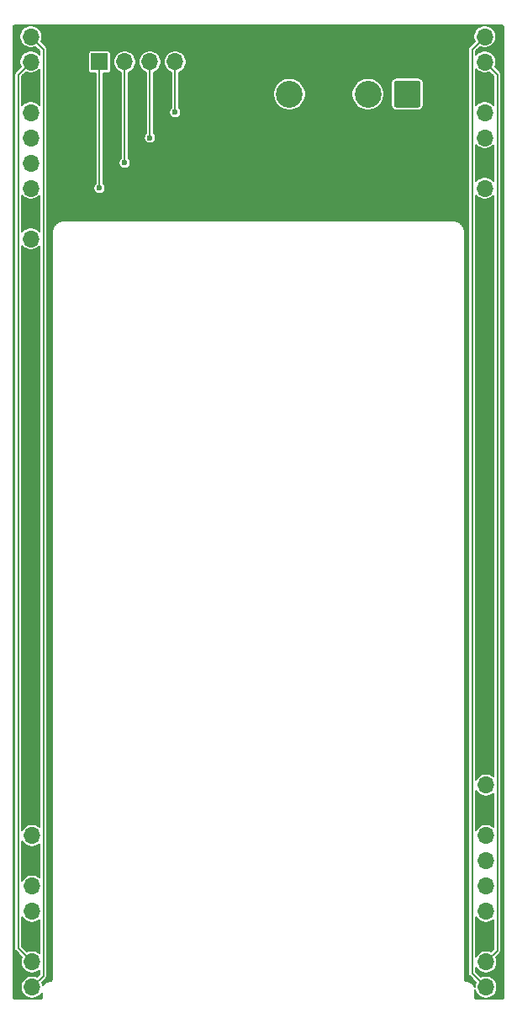
<source format=gbr>
%TF.GenerationSoftware,KiCad,Pcbnew,(5.1.9-0-10_14)*%
%TF.CreationDate,2021-04-02T13:04:38+02:00*%
%TF.ProjectId,W-DAC Piggy Board,572d4441-4320-4506-9967-677920426f61,rev?*%
%TF.SameCoordinates,Original*%
%TF.FileFunction,Copper,L1,Top*%
%TF.FilePolarity,Positive*%
%FSLAX46Y46*%
G04 Gerber Fmt 4.6, Leading zero omitted, Abs format (unit mm)*
G04 Created by KiCad (PCBNEW (5.1.9-0-10_14)) date 2021-04-02 13:04:38*
%MOMM*%
%LPD*%
G01*
G04 APERTURE LIST*
%TA.AperFunction,ComponentPad*%
%ADD10O,1.700000X1.700000*%
%TD*%
%TA.AperFunction,ComponentPad*%
%ADD11R,1.700000X1.700000*%
%TD*%
%TA.AperFunction,ComponentPad*%
%ADD12C,2.700000*%
%TD*%
%TA.AperFunction,ViaPad*%
%ADD13C,0.600000*%
%TD*%
%TA.AperFunction,Conductor*%
%ADD14C,0.200000*%
%TD*%
%TA.AperFunction,Conductor*%
%ADD15C,0.190500*%
%TD*%
%TA.AperFunction,Conductor*%
%ADD16C,0.100000*%
%TD*%
G04 APERTURE END LIST*
D10*
%TO.P,J1,5*%
%TO.N,GND*%
X144160000Y-44750000D03*
%TO.P,J1,4*%
%TO.N,/SCL*%
X141620000Y-44750000D03*
%TO.P,J1,3*%
%TO.N,/SDA*%
X139080000Y-44750000D03*
%TO.P,J1,2*%
%TO.N,/IRQ*%
X136540000Y-44750000D03*
D11*
%TO.P,J1,1*%
%TO.N,/Mute*%
X134000000Y-44750000D03*
%TD*%
D12*
%TO.P,J6,4*%
%TO.N,+5VD*%
X153120000Y-48000000D03*
%TO.P,J6,3*%
%TO.N,GND*%
X157080000Y-48000000D03*
%TO.P,J6,2*%
%TO.N,VEE*%
X161040000Y-48000000D03*
%TO.P,J6,1*%
%TO.N,VCC*%
%TA.AperFunction,ComponentPad*%
G36*
G01*
X166350000Y-46900001D02*
X166350000Y-49099999D01*
G75*
G02*
X166099999Y-49350000I-250001J0D01*
G01*
X163900001Y-49350000D01*
G75*
G02*
X163650000Y-49099999I0J250001D01*
G01*
X163650000Y-46900001D01*
G75*
G02*
X163900001Y-46650000I250001J0D01*
G01*
X166099999Y-46650000D01*
G75*
G02*
X166350000Y-46900001I0J-250001D01*
G01*
G37*
%TD.AperFunction*%
%TD*%
D10*
%TO.P,J5,10*%
%TO.N,/Rp*%
X172920000Y-137780000D03*
%TO.P,J5,9*%
%TO.N,/Rn*%
X172920000Y-135240000D03*
%TO.P,J5,8*%
%TO.N,GND*%
X172920000Y-132700000D03*
%TO.P,J5,7*%
%TO.N,Net-(J5-Pad7)*%
X172920000Y-130160000D03*
%TO.P,J5,6*%
%TO.N,Net-(J5-Pad6)*%
X172920000Y-127620000D03*
%TO.P,J5,5*%
%TO.N,Net-(J5-Pad5)*%
X172920000Y-125080000D03*
%TO.P,J5,4*%
%TO.N,/Mute*%
X172920000Y-122540000D03*
%TO.P,J5,3*%
%TO.N,GND*%
X172920000Y-120000000D03*
%TO.P,J5,2*%
%TO.N,+5VD*%
X172920000Y-117460000D03*
D11*
%TO.P,J5,1*%
%TO.N,GND*%
X172920000Y-114920000D03*
%TD*%
D10*
%TO.P,J2,8*%
%TO.N,/Lp*%
X127200000Y-137780000D03*
%TO.P,J2,7*%
%TO.N,/Ln*%
X127200000Y-135240000D03*
%TO.P,J2,6*%
%TO.N,GND*%
X127200000Y-132700000D03*
%TO.P,J2,5*%
%TO.N,VEE*%
X127200000Y-130160000D03*
%TO.P,J2,4*%
%TO.N,VCC*%
X127200000Y-127620000D03*
%TO.P,J2,3*%
%TO.N,GND*%
X127200000Y-125080000D03*
%TO.P,J2,2*%
%TO.N,Net-(J2-Pad2)*%
X127200000Y-122540000D03*
D11*
%TO.P,J2,1*%
%TO.N,GND*%
X127200000Y-120000000D03*
%TD*%
D10*
%TO.P,J4,8*%
%TO.N,/Rp*%
X172800000Y-42220000D03*
%TO.P,J4,7*%
%TO.N,/Rn*%
X172800000Y-44760000D03*
%TO.P,J4,6*%
%TO.N,GND*%
X172800000Y-47300000D03*
%TO.P,J4,5*%
%TO.N,VEE*%
X172800000Y-49840000D03*
%TO.P,J4,4*%
%TO.N,VCC*%
X172800000Y-52380000D03*
%TO.P,J4,3*%
%TO.N,GND*%
X172800000Y-54920000D03*
%TO.P,J4,2*%
%TO.N,Net-(J4-Pad2)*%
X172800000Y-57460000D03*
D11*
%TO.P,J4,1*%
%TO.N,GND*%
X172800000Y-60000000D03*
%TD*%
D10*
%TO.P,J3,10*%
%TO.N,/Lp*%
X127080000Y-42220000D03*
%TO.P,J3,9*%
%TO.N,/Ln*%
X127080000Y-44760000D03*
%TO.P,J3,8*%
%TO.N,GND*%
X127080000Y-47300000D03*
%TO.P,J3,7*%
%TO.N,/SCL*%
X127080000Y-49840000D03*
%TO.P,J3,6*%
%TO.N,/SDA*%
X127080000Y-52380000D03*
%TO.P,J3,5*%
%TO.N,/IRQ*%
X127080000Y-54920000D03*
%TO.P,J3,4*%
%TO.N,/Mute*%
X127080000Y-57460000D03*
%TO.P,J3,3*%
%TO.N,GND*%
X127080000Y-60000000D03*
%TO.P,J3,2*%
%TO.N,+5VD*%
X127080000Y-62540000D03*
D11*
%TO.P,J3,1*%
%TO.N,GND*%
X127080000Y-65080000D03*
%TD*%
D13*
%TO.N,/SCL*%
X141620000Y-49835000D03*
%TO.N,/SDA*%
X139080000Y-52380000D03*
%TO.N,/IRQ*%
X136540000Y-54915000D03*
%TO.N,/Mute*%
X134000000Y-57455000D03*
%TD*%
D14*
%TO.N,/Rp*%
X172800000Y-42220000D02*
X171530000Y-43490000D01*
X171530000Y-136390000D02*
X172920000Y-137780000D01*
X171530000Y-43490000D02*
X171530000Y-136390000D01*
%TO.N,/Rn*%
X174070000Y-134090000D02*
X172920000Y-135240000D01*
X174070000Y-46030000D02*
X174070000Y-134090000D01*
X172800000Y-44760000D02*
X174070000Y-46030000D01*
%TO.N,/Lp*%
X128350000Y-136630000D02*
X127200000Y-137780000D01*
X128350000Y-43490000D02*
X128350000Y-136630000D01*
X127080000Y-42220000D02*
X128350000Y-43490000D01*
%TO.N,/Ln*%
X125810000Y-133850000D02*
X125810000Y-46030000D01*
X127200000Y-135240000D02*
X125810000Y-133850000D01*
X125810000Y-46030000D02*
X127080000Y-44760000D01*
%TO.N,/SCL*%
X141620000Y-49835000D02*
X141620000Y-44750000D01*
%TO.N,/SDA*%
X139080000Y-52380000D02*
X139080000Y-44750000D01*
%TO.N,/IRQ*%
X136540000Y-54915000D02*
X136540000Y-44750000D01*
%TO.N,/Mute*%
X134000000Y-57455000D02*
X134000000Y-44750000D01*
%TD*%
D15*
%TO.N,GND*%
X174536467Y-41065815D02*
X174571550Y-41076408D01*
X174603907Y-41093612D01*
X174632299Y-41116768D01*
X174655662Y-41145009D01*
X174673089Y-41177239D01*
X174683925Y-41212245D01*
X174689251Y-41262921D01*
X174689250Y-138734802D01*
X174684184Y-138786467D01*
X174673592Y-138821550D01*
X174656388Y-138853907D01*
X174633230Y-138882301D01*
X174604993Y-138905661D01*
X174572759Y-138923089D01*
X174537755Y-138933925D01*
X174487089Y-138939250D01*
X172015198Y-138939250D01*
X171963533Y-138934184D01*
X171928450Y-138923592D01*
X171896093Y-138906388D01*
X171867699Y-138883230D01*
X171844339Y-138854993D01*
X171826911Y-138822759D01*
X171816075Y-138787755D01*
X171810750Y-138737089D01*
X171810750Y-138025084D01*
X171827897Y-138111286D01*
X171913512Y-138317979D01*
X172037806Y-138503998D01*
X172196002Y-138662194D01*
X172382021Y-138786488D01*
X172588714Y-138872103D01*
X172808138Y-138915750D01*
X173031862Y-138915750D01*
X173251286Y-138872103D01*
X173457979Y-138786488D01*
X173643998Y-138662194D01*
X173802194Y-138503998D01*
X173926488Y-138317979D01*
X174012103Y-138111286D01*
X174055750Y-137891862D01*
X174055750Y-137668138D01*
X174012103Y-137448714D01*
X173926488Y-137242021D01*
X173802194Y-137056002D01*
X173643998Y-136897806D01*
X173457979Y-136773512D01*
X173251286Y-136687897D01*
X173031862Y-136644250D01*
X172808138Y-136644250D01*
X172588714Y-136687897D01*
X172436485Y-136750952D01*
X171915750Y-136230218D01*
X171915750Y-135781328D01*
X172037806Y-135963998D01*
X172196002Y-136122194D01*
X172382021Y-136246488D01*
X172588714Y-136332103D01*
X172808138Y-136375750D01*
X173031862Y-136375750D01*
X173251286Y-136332103D01*
X173457979Y-136246488D01*
X173643998Y-136122194D01*
X173802194Y-135963998D01*
X173926488Y-135777979D01*
X174012103Y-135571286D01*
X174055750Y-135351862D01*
X174055750Y-135128138D01*
X174012103Y-134908714D01*
X173949048Y-134756485D01*
X174329369Y-134376164D01*
X174344086Y-134364086D01*
X174392291Y-134305348D01*
X174428110Y-134238334D01*
X174450168Y-134165620D01*
X174455750Y-134108946D01*
X174457616Y-134090000D01*
X174455750Y-134071054D01*
X174455750Y-46048937D01*
X174457615Y-46029999D01*
X174455750Y-46011061D01*
X174455750Y-46011054D01*
X174450168Y-45954380D01*
X174428110Y-45881666D01*
X174392291Y-45814652D01*
X174344086Y-45755914D01*
X174329370Y-45743837D01*
X173829048Y-45243515D01*
X173892103Y-45091286D01*
X173935750Y-44871862D01*
X173935750Y-44648138D01*
X173892103Y-44428714D01*
X173806488Y-44222021D01*
X173682194Y-44036002D01*
X173523998Y-43877806D01*
X173337979Y-43753512D01*
X173131286Y-43667897D01*
X172911862Y-43624250D01*
X172688138Y-43624250D01*
X172468714Y-43667897D01*
X172262021Y-43753512D01*
X172076002Y-43877806D01*
X171917806Y-44036002D01*
X171915750Y-44039079D01*
X171915750Y-43649782D01*
X172316485Y-43249048D01*
X172468714Y-43312103D01*
X172688138Y-43355750D01*
X172911862Y-43355750D01*
X173131286Y-43312103D01*
X173337979Y-43226488D01*
X173523998Y-43102194D01*
X173682194Y-42943998D01*
X173806488Y-42757979D01*
X173892103Y-42551286D01*
X173935750Y-42331862D01*
X173935750Y-42108138D01*
X173892103Y-41888714D01*
X173806488Y-41682021D01*
X173682194Y-41496002D01*
X173523998Y-41337806D01*
X173337979Y-41213512D01*
X173131286Y-41127897D01*
X172911862Y-41084250D01*
X172688138Y-41084250D01*
X172468714Y-41127897D01*
X172262021Y-41213512D01*
X172076002Y-41337806D01*
X171917806Y-41496002D01*
X171793512Y-41682021D01*
X171707897Y-41888714D01*
X171664250Y-42108138D01*
X171664250Y-42331862D01*
X171707897Y-42551286D01*
X171770952Y-42703515D01*
X171270636Y-43203832D01*
X171255914Y-43215914D01*
X171207709Y-43274653D01*
X171171890Y-43341667D01*
X171167618Y-43355750D01*
X171149832Y-43414380D01*
X171142384Y-43490000D01*
X171144250Y-43508946D01*
X171144251Y-136371044D01*
X171142384Y-136390000D01*
X171149832Y-136465620D01*
X171171891Y-136538334D01*
X171207710Y-136605348D01*
X171255915Y-136664086D01*
X171270631Y-136676163D01*
X171890952Y-137296485D01*
X171827897Y-137448714D01*
X171784250Y-137668138D01*
X171784250Y-137799846D01*
X171757785Y-137714351D01*
X171746864Y-137688370D01*
X171736319Y-137662271D01*
X171734282Y-137658440D01*
X171687869Y-137572602D01*
X171672104Y-137549230D01*
X171656698Y-137525686D01*
X171653957Y-137522326D01*
X171653955Y-137522323D01*
X171653950Y-137522318D01*
X171591754Y-137447135D01*
X171571764Y-137427285D01*
X171552065Y-137407168D01*
X171548722Y-137404403D01*
X171473101Y-137342727D01*
X171449627Y-137327130D01*
X171426400Y-137311226D01*
X171422583Y-137309162D01*
X171336422Y-137263350D01*
X171310357Y-137252607D01*
X171284498Y-137241523D01*
X171280353Y-137240240D01*
X171186935Y-137212035D01*
X171159293Y-137206562D01*
X171131755Y-137200708D01*
X171127446Y-137200256D01*
X171127443Y-137200255D01*
X171127440Y-137200255D01*
X171030323Y-137190733D01*
X170963533Y-137184184D01*
X170928450Y-137173592D01*
X170896093Y-137156388D01*
X170867699Y-137133230D01*
X170844339Y-137104993D01*
X170826911Y-137072759D01*
X170816075Y-137037755D01*
X170810750Y-136987089D01*
X170810750Y-61984740D01*
X170809404Y-61971069D01*
X170809447Y-61964854D01*
X170809024Y-61960536D01*
X170788623Y-61766439D01*
X170782952Y-61738813D01*
X170777682Y-61711185D01*
X170776428Y-61707031D01*
X170718716Y-61520593D01*
X170707800Y-61494624D01*
X170697251Y-61468515D01*
X170695214Y-61464684D01*
X170602389Y-61293007D01*
X170586619Y-61269627D01*
X170571217Y-61246089D01*
X170568482Y-61242736D01*
X170568476Y-61242728D01*
X170568469Y-61242721D01*
X170444071Y-61092349D01*
X170424080Y-61072497D01*
X170404381Y-61052381D01*
X170401037Y-61049615D01*
X170249795Y-60926265D01*
X170226324Y-60910671D01*
X170203097Y-60894767D01*
X170199285Y-60892706D01*
X170199281Y-60892703D01*
X170199277Y-60892701D01*
X170026958Y-60801078D01*
X170000918Y-60790345D01*
X169975032Y-60779250D01*
X169970887Y-60777967D01*
X169784050Y-60721558D01*
X169756451Y-60716093D01*
X169728873Y-60710231D01*
X169724558Y-60709778D01*
X169530324Y-60690733D01*
X169530317Y-60690733D01*
X169515260Y-60689250D01*
X130484740Y-60689250D01*
X130471069Y-60690596D01*
X130464854Y-60690553D01*
X130460536Y-60690976D01*
X130266439Y-60711377D01*
X130238813Y-60717048D01*
X130211185Y-60722318D01*
X130207033Y-60723571D01*
X130207027Y-60723573D01*
X130020593Y-60781284D01*
X129994624Y-60792200D01*
X129968515Y-60802749D01*
X129964684Y-60804786D01*
X129793007Y-60897611D01*
X129769627Y-60913381D01*
X129746089Y-60928783D01*
X129742736Y-60931518D01*
X129742728Y-60931524D01*
X129742721Y-60931531D01*
X129592349Y-61055929D01*
X129572497Y-61075920D01*
X129552381Y-61095619D01*
X129549615Y-61098963D01*
X129426265Y-61250205D01*
X129410671Y-61273676D01*
X129394767Y-61296903D01*
X129392706Y-61300715D01*
X129392703Y-61300719D01*
X129392703Y-61300720D01*
X129301078Y-61473042D01*
X129290345Y-61499082D01*
X129279250Y-61524968D01*
X129277967Y-61529113D01*
X129221558Y-61715950D01*
X129216093Y-61743549D01*
X129210231Y-61771127D01*
X129209778Y-61775442D01*
X129190733Y-61969676D01*
X129190733Y-61969684D01*
X129189250Y-61984741D01*
X129189251Y-136984792D01*
X129184184Y-137036467D01*
X129173592Y-137071550D01*
X129156388Y-137103907D01*
X129133230Y-137132301D01*
X129104993Y-137155661D01*
X129072759Y-137173089D01*
X129037755Y-137183925D01*
X128974402Y-137190583D01*
X128968346Y-137190541D01*
X128964028Y-137190964D01*
X128866979Y-137201164D01*
X128839366Y-137206832D01*
X128811724Y-137212105D01*
X128807570Y-137213359D01*
X128714351Y-137242215D01*
X128688370Y-137253136D01*
X128662271Y-137263681D01*
X128658440Y-137265718D01*
X128572602Y-137312131D01*
X128549230Y-137327896D01*
X128525686Y-137343302D01*
X128522329Y-137346041D01*
X128522323Y-137346045D01*
X128522318Y-137346050D01*
X128447135Y-137408246D01*
X128427285Y-137428236D01*
X128407168Y-137447935D01*
X128404403Y-137451278D01*
X128342727Y-137526899D01*
X128327137Y-137550362D01*
X128315657Y-137567128D01*
X128292103Y-137448714D01*
X128229048Y-137296485D01*
X128609369Y-136916164D01*
X128624086Y-136904086D01*
X128672291Y-136845348D01*
X128708110Y-136778334D01*
X128730168Y-136705620D01*
X128735750Y-136648946D01*
X128737616Y-136630000D01*
X128735750Y-136611054D01*
X128735750Y-43900000D01*
X132862868Y-43900000D01*
X132862868Y-45600000D01*
X132868385Y-45656017D01*
X132884725Y-45709881D01*
X132911258Y-45759522D01*
X132946967Y-45803033D01*
X132990478Y-45838742D01*
X133040119Y-45865275D01*
X133093983Y-45881615D01*
X133150000Y-45887132D01*
X133614251Y-45887132D01*
X133614250Y-57012374D01*
X133545018Y-57081606D01*
X133480915Y-57177543D01*
X133436760Y-57284143D01*
X133414250Y-57397309D01*
X133414250Y-57512691D01*
X133436760Y-57625857D01*
X133480915Y-57732457D01*
X133545018Y-57828394D01*
X133626606Y-57909982D01*
X133722543Y-57974085D01*
X133829143Y-58018240D01*
X133942309Y-58040750D01*
X134057691Y-58040750D01*
X134170857Y-58018240D01*
X134277457Y-57974085D01*
X134373394Y-57909982D01*
X134454982Y-57828394D01*
X134519085Y-57732457D01*
X134563240Y-57625857D01*
X134585750Y-57512691D01*
X134585750Y-57397309D01*
X134563240Y-57284143D01*
X134519085Y-57177543D01*
X134454982Y-57081606D01*
X134385750Y-57012374D01*
X134385750Y-45887132D01*
X134850000Y-45887132D01*
X134906017Y-45881615D01*
X134959881Y-45865275D01*
X135009522Y-45838742D01*
X135053033Y-45803033D01*
X135088742Y-45759522D01*
X135115275Y-45709881D01*
X135131615Y-45656017D01*
X135137132Y-45600000D01*
X135137132Y-44638138D01*
X135404250Y-44638138D01*
X135404250Y-44861862D01*
X135447897Y-45081286D01*
X135533512Y-45287979D01*
X135657806Y-45473998D01*
X135816002Y-45632194D01*
X136002021Y-45756488D01*
X136154251Y-45819544D01*
X136154250Y-54472374D01*
X136085018Y-54541606D01*
X136020915Y-54637543D01*
X135976760Y-54744143D01*
X135954250Y-54857309D01*
X135954250Y-54972691D01*
X135976760Y-55085857D01*
X136020915Y-55192457D01*
X136085018Y-55288394D01*
X136166606Y-55369982D01*
X136262543Y-55434085D01*
X136369143Y-55478240D01*
X136482309Y-55500750D01*
X136597691Y-55500750D01*
X136710857Y-55478240D01*
X136817457Y-55434085D01*
X136913394Y-55369982D01*
X136994982Y-55288394D01*
X137059085Y-55192457D01*
X137103240Y-55085857D01*
X137125750Y-54972691D01*
X137125750Y-54857309D01*
X137103240Y-54744143D01*
X137059085Y-54637543D01*
X136994982Y-54541606D01*
X136925750Y-54472374D01*
X136925750Y-45819543D01*
X137077979Y-45756488D01*
X137263998Y-45632194D01*
X137422194Y-45473998D01*
X137546488Y-45287979D01*
X137632103Y-45081286D01*
X137675750Y-44861862D01*
X137675750Y-44638138D01*
X137944250Y-44638138D01*
X137944250Y-44861862D01*
X137987897Y-45081286D01*
X138073512Y-45287979D01*
X138197806Y-45473998D01*
X138356002Y-45632194D01*
X138542021Y-45756488D01*
X138694251Y-45819544D01*
X138694250Y-51937374D01*
X138625018Y-52006606D01*
X138560915Y-52102543D01*
X138516760Y-52209143D01*
X138494250Y-52322309D01*
X138494250Y-52437691D01*
X138516760Y-52550857D01*
X138560915Y-52657457D01*
X138625018Y-52753394D01*
X138706606Y-52834982D01*
X138802543Y-52899085D01*
X138909143Y-52943240D01*
X139022309Y-52965750D01*
X139137691Y-52965750D01*
X139250857Y-52943240D01*
X139357457Y-52899085D01*
X139453394Y-52834982D01*
X139534982Y-52753394D01*
X139599085Y-52657457D01*
X139643240Y-52550857D01*
X139665750Y-52437691D01*
X139665750Y-52322309D01*
X139643240Y-52209143D01*
X139599085Y-52102543D01*
X139534982Y-52006606D01*
X139465750Y-51937374D01*
X139465750Y-45819543D01*
X139617979Y-45756488D01*
X139803998Y-45632194D01*
X139962194Y-45473998D01*
X140086488Y-45287979D01*
X140172103Y-45081286D01*
X140215750Y-44861862D01*
X140215750Y-44638138D01*
X140484250Y-44638138D01*
X140484250Y-44861862D01*
X140527897Y-45081286D01*
X140613512Y-45287979D01*
X140737806Y-45473998D01*
X140896002Y-45632194D01*
X141082021Y-45756488D01*
X141234251Y-45819544D01*
X141234250Y-49392374D01*
X141165018Y-49461606D01*
X141100915Y-49557543D01*
X141056760Y-49664143D01*
X141034250Y-49777309D01*
X141034250Y-49892691D01*
X141056760Y-50005857D01*
X141100915Y-50112457D01*
X141165018Y-50208394D01*
X141246606Y-50289982D01*
X141342543Y-50354085D01*
X141449143Y-50398240D01*
X141562309Y-50420750D01*
X141677691Y-50420750D01*
X141790857Y-50398240D01*
X141897457Y-50354085D01*
X141993394Y-50289982D01*
X142074982Y-50208394D01*
X142139085Y-50112457D01*
X142183240Y-50005857D01*
X142205750Y-49892691D01*
X142205750Y-49777309D01*
X142183240Y-49664143D01*
X142139085Y-49557543D01*
X142074982Y-49461606D01*
X142005750Y-49392374D01*
X142005750Y-47838893D01*
X151484250Y-47838893D01*
X151484250Y-48161107D01*
X151547111Y-48477131D01*
X151670417Y-48774818D01*
X151849430Y-49042730D01*
X152077270Y-49270570D01*
X152345182Y-49449583D01*
X152642869Y-49572889D01*
X152958893Y-49635750D01*
X153281107Y-49635750D01*
X153597131Y-49572889D01*
X153894818Y-49449583D01*
X154162730Y-49270570D01*
X154390570Y-49042730D01*
X154569583Y-48774818D01*
X154692889Y-48477131D01*
X154755750Y-48161107D01*
X154755750Y-47838893D01*
X159404250Y-47838893D01*
X159404250Y-48161107D01*
X159467111Y-48477131D01*
X159590417Y-48774818D01*
X159769430Y-49042730D01*
X159997270Y-49270570D01*
X160265182Y-49449583D01*
X160562869Y-49572889D01*
X160878893Y-49635750D01*
X161201107Y-49635750D01*
X161517131Y-49572889D01*
X161814818Y-49449583D01*
X162082730Y-49270570D01*
X162310570Y-49042730D01*
X162489583Y-48774818D01*
X162612889Y-48477131D01*
X162675750Y-48161107D01*
X162675750Y-47838893D01*
X162612889Y-47522869D01*
X162489583Y-47225182D01*
X162310570Y-46957270D01*
X162253301Y-46900001D01*
X163362868Y-46900001D01*
X163362868Y-49099999D01*
X163373189Y-49204788D01*
X163403755Y-49305551D01*
X163453391Y-49398414D01*
X163520191Y-49479809D01*
X163601586Y-49546609D01*
X163694449Y-49596245D01*
X163795212Y-49626811D01*
X163900001Y-49637132D01*
X166099999Y-49637132D01*
X166204788Y-49626811D01*
X166305551Y-49596245D01*
X166398414Y-49546609D01*
X166479809Y-49479809D01*
X166546609Y-49398414D01*
X166596245Y-49305551D01*
X166626811Y-49204788D01*
X166637132Y-49099999D01*
X166637132Y-46900001D01*
X166626811Y-46795212D01*
X166596245Y-46694449D01*
X166546609Y-46601586D01*
X166479809Y-46520191D01*
X166398414Y-46453391D01*
X166305551Y-46403755D01*
X166204788Y-46373189D01*
X166099999Y-46362868D01*
X163900001Y-46362868D01*
X163795212Y-46373189D01*
X163694449Y-46403755D01*
X163601586Y-46453391D01*
X163520191Y-46520191D01*
X163453391Y-46601586D01*
X163403755Y-46694449D01*
X163373189Y-46795212D01*
X163362868Y-46900001D01*
X162253301Y-46900001D01*
X162082730Y-46729430D01*
X161814818Y-46550417D01*
X161517131Y-46427111D01*
X161201107Y-46364250D01*
X160878893Y-46364250D01*
X160562869Y-46427111D01*
X160265182Y-46550417D01*
X159997270Y-46729430D01*
X159769430Y-46957270D01*
X159590417Y-47225182D01*
X159467111Y-47522869D01*
X159404250Y-47838893D01*
X154755750Y-47838893D01*
X154692889Y-47522869D01*
X154569583Y-47225182D01*
X154390570Y-46957270D01*
X154162730Y-46729430D01*
X153894818Y-46550417D01*
X153597131Y-46427111D01*
X153281107Y-46364250D01*
X152958893Y-46364250D01*
X152642869Y-46427111D01*
X152345182Y-46550417D01*
X152077270Y-46729430D01*
X151849430Y-46957270D01*
X151670417Y-47225182D01*
X151547111Y-47522869D01*
X151484250Y-47838893D01*
X142005750Y-47838893D01*
X142005750Y-45819543D01*
X142157979Y-45756488D01*
X142343998Y-45632194D01*
X142502194Y-45473998D01*
X142626488Y-45287979D01*
X142712103Y-45081286D01*
X142755750Y-44861862D01*
X142755750Y-44638138D01*
X142712103Y-44418714D01*
X142626488Y-44212021D01*
X142502194Y-44026002D01*
X142343998Y-43867806D01*
X142157979Y-43743512D01*
X141951286Y-43657897D01*
X141731862Y-43614250D01*
X141508138Y-43614250D01*
X141288714Y-43657897D01*
X141082021Y-43743512D01*
X140896002Y-43867806D01*
X140737806Y-44026002D01*
X140613512Y-44212021D01*
X140527897Y-44418714D01*
X140484250Y-44638138D01*
X140215750Y-44638138D01*
X140172103Y-44418714D01*
X140086488Y-44212021D01*
X139962194Y-44026002D01*
X139803998Y-43867806D01*
X139617979Y-43743512D01*
X139411286Y-43657897D01*
X139191862Y-43614250D01*
X138968138Y-43614250D01*
X138748714Y-43657897D01*
X138542021Y-43743512D01*
X138356002Y-43867806D01*
X138197806Y-44026002D01*
X138073512Y-44212021D01*
X137987897Y-44418714D01*
X137944250Y-44638138D01*
X137675750Y-44638138D01*
X137632103Y-44418714D01*
X137546488Y-44212021D01*
X137422194Y-44026002D01*
X137263998Y-43867806D01*
X137077979Y-43743512D01*
X136871286Y-43657897D01*
X136651862Y-43614250D01*
X136428138Y-43614250D01*
X136208714Y-43657897D01*
X136002021Y-43743512D01*
X135816002Y-43867806D01*
X135657806Y-44026002D01*
X135533512Y-44212021D01*
X135447897Y-44418714D01*
X135404250Y-44638138D01*
X135137132Y-44638138D01*
X135137132Y-43900000D01*
X135131615Y-43843983D01*
X135115275Y-43790119D01*
X135088742Y-43740478D01*
X135053033Y-43696967D01*
X135009522Y-43661258D01*
X134959881Y-43634725D01*
X134906017Y-43618385D01*
X134850000Y-43612868D01*
X133150000Y-43612868D01*
X133093983Y-43618385D01*
X133040119Y-43634725D01*
X132990478Y-43661258D01*
X132946967Y-43696967D01*
X132911258Y-43740478D01*
X132884725Y-43790119D01*
X132868385Y-43843983D01*
X132862868Y-43900000D01*
X128735750Y-43900000D01*
X128735750Y-43508937D01*
X128737615Y-43489999D01*
X128735750Y-43471061D01*
X128735750Y-43471054D01*
X128730168Y-43414380D01*
X128708110Y-43341666D01*
X128672291Y-43274652D01*
X128624086Y-43215914D01*
X128609370Y-43203837D01*
X128109048Y-42703515D01*
X128172103Y-42551286D01*
X128215750Y-42331862D01*
X128215750Y-42108138D01*
X128172103Y-41888714D01*
X128086488Y-41682021D01*
X127962194Y-41496002D01*
X127803998Y-41337806D01*
X127617979Y-41213512D01*
X127411286Y-41127897D01*
X127191862Y-41084250D01*
X126968138Y-41084250D01*
X126748714Y-41127897D01*
X126542021Y-41213512D01*
X126356002Y-41337806D01*
X126197806Y-41496002D01*
X126073512Y-41682021D01*
X125987897Y-41888714D01*
X125944250Y-42108138D01*
X125944250Y-42331862D01*
X125987897Y-42551286D01*
X126073512Y-42757979D01*
X126197806Y-42943998D01*
X126356002Y-43102194D01*
X126542021Y-43226488D01*
X126748714Y-43312103D01*
X126968138Y-43355750D01*
X127191862Y-43355750D01*
X127411286Y-43312103D01*
X127563515Y-43249048D01*
X127964250Y-43649783D01*
X127964250Y-44039079D01*
X127962194Y-44036002D01*
X127803998Y-43877806D01*
X127617979Y-43753512D01*
X127411286Y-43667897D01*
X127191862Y-43624250D01*
X126968138Y-43624250D01*
X126748714Y-43667897D01*
X126542021Y-43753512D01*
X126356002Y-43877806D01*
X126197806Y-44036002D01*
X126073512Y-44222021D01*
X125987897Y-44428714D01*
X125944250Y-44648138D01*
X125944250Y-44871862D01*
X125987897Y-45091286D01*
X126050952Y-45243515D01*
X125550631Y-45743837D01*
X125535915Y-45755914D01*
X125487710Y-45814652D01*
X125460652Y-45865275D01*
X125451891Y-45881666D01*
X125429832Y-45954380D01*
X125422384Y-46030000D01*
X125424251Y-46048956D01*
X125424250Y-133831054D01*
X125422384Y-133850000D01*
X125424250Y-133868945D01*
X125429832Y-133925619D01*
X125451890Y-133998333D01*
X125487709Y-134065347D01*
X125535914Y-134124086D01*
X125550636Y-134136168D01*
X126170952Y-134756485D01*
X126107897Y-134908714D01*
X126064250Y-135128138D01*
X126064250Y-135351862D01*
X126107897Y-135571286D01*
X126193512Y-135777979D01*
X126317806Y-135963998D01*
X126476002Y-136122194D01*
X126662021Y-136246488D01*
X126868714Y-136332103D01*
X127088138Y-136375750D01*
X127311862Y-136375750D01*
X127531286Y-136332103D01*
X127737979Y-136246488D01*
X127923998Y-136122194D01*
X127964251Y-136081941D01*
X127964251Y-136470216D01*
X127683515Y-136750952D01*
X127531286Y-136687897D01*
X127311862Y-136644250D01*
X127088138Y-136644250D01*
X126868714Y-136687897D01*
X126662021Y-136773512D01*
X126476002Y-136897806D01*
X126317806Y-137056002D01*
X126193512Y-137242021D01*
X126107897Y-137448714D01*
X126064250Y-137668138D01*
X126064250Y-137891862D01*
X126107897Y-138111286D01*
X126193512Y-138317979D01*
X126317806Y-138503998D01*
X126476002Y-138662194D01*
X126662021Y-138786488D01*
X126868714Y-138872103D01*
X127088138Y-138915750D01*
X127311862Y-138915750D01*
X127531286Y-138872103D01*
X127737979Y-138786488D01*
X127923998Y-138662194D01*
X128082194Y-138503998D01*
X128189250Y-138343777D01*
X128189251Y-138734793D01*
X128184184Y-138786467D01*
X128173592Y-138821550D01*
X128156388Y-138853907D01*
X128133230Y-138882301D01*
X128104993Y-138905661D01*
X128072759Y-138923089D01*
X128037755Y-138933925D01*
X127987089Y-138939250D01*
X125515198Y-138939250D01*
X125463533Y-138934184D01*
X125428450Y-138923592D01*
X125396093Y-138906388D01*
X125367699Y-138883230D01*
X125344339Y-138854993D01*
X125326911Y-138822759D01*
X125316075Y-138787755D01*
X125310750Y-138737089D01*
X125310750Y-41265197D01*
X125315815Y-41213533D01*
X125326408Y-41178450D01*
X125343612Y-41146093D01*
X125366768Y-41117701D01*
X125395009Y-41094338D01*
X125427239Y-41076911D01*
X125462245Y-41066075D01*
X125512911Y-41060750D01*
X174484803Y-41060750D01*
X174536467Y-41065815D01*
%TA.AperFunction,Conductor*%
D16*
G36*
X174536467Y-41065815D02*
G01*
X174571550Y-41076408D01*
X174603907Y-41093612D01*
X174632299Y-41116768D01*
X174655662Y-41145009D01*
X174673089Y-41177239D01*
X174683925Y-41212245D01*
X174689251Y-41262921D01*
X174689250Y-138734802D01*
X174684184Y-138786467D01*
X174673592Y-138821550D01*
X174656388Y-138853907D01*
X174633230Y-138882301D01*
X174604993Y-138905661D01*
X174572759Y-138923089D01*
X174537755Y-138933925D01*
X174487089Y-138939250D01*
X172015198Y-138939250D01*
X171963533Y-138934184D01*
X171928450Y-138923592D01*
X171896093Y-138906388D01*
X171867699Y-138883230D01*
X171844339Y-138854993D01*
X171826911Y-138822759D01*
X171816075Y-138787755D01*
X171810750Y-138737089D01*
X171810750Y-138025084D01*
X171827897Y-138111286D01*
X171913512Y-138317979D01*
X172037806Y-138503998D01*
X172196002Y-138662194D01*
X172382021Y-138786488D01*
X172588714Y-138872103D01*
X172808138Y-138915750D01*
X173031862Y-138915750D01*
X173251286Y-138872103D01*
X173457979Y-138786488D01*
X173643998Y-138662194D01*
X173802194Y-138503998D01*
X173926488Y-138317979D01*
X174012103Y-138111286D01*
X174055750Y-137891862D01*
X174055750Y-137668138D01*
X174012103Y-137448714D01*
X173926488Y-137242021D01*
X173802194Y-137056002D01*
X173643998Y-136897806D01*
X173457979Y-136773512D01*
X173251286Y-136687897D01*
X173031862Y-136644250D01*
X172808138Y-136644250D01*
X172588714Y-136687897D01*
X172436485Y-136750952D01*
X171915750Y-136230218D01*
X171915750Y-135781328D01*
X172037806Y-135963998D01*
X172196002Y-136122194D01*
X172382021Y-136246488D01*
X172588714Y-136332103D01*
X172808138Y-136375750D01*
X173031862Y-136375750D01*
X173251286Y-136332103D01*
X173457979Y-136246488D01*
X173643998Y-136122194D01*
X173802194Y-135963998D01*
X173926488Y-135777979D01*
X174012103Y-135571286D01*
X174055750Y-135351862D01*
X174055750Y-135128138D01*
X174012103Y-134908714D01*
X173949048Y-134756485D01*
X174329369Y-134376164D01*
X174344086Y-134364086D01*
X174392291Y-134305348D01*
X174428110Y-134238334D01*
X174450168Y-134165620D01*
X174455750Y-134108946D01*
X174457616Y-134090000D01*
X174455750Y-134071054D01*
X174455750Y-46048937D01*
X174457615Y-46029999D01*
X174455750Y-46011061D01*
X174455750Y-46011054D01*
X174450168Y-45954380D01*
X174428110Y-45881666D01*
X174392291Y-45814652D01*
X174344086Y-45755914D01*
X174329370Y-45743837D01*
X173829048Y-45243515D01*
X173892103Y-45091286D01*
X173935750Y-44871862D01*
X173935750Y-44648138D01*
X173892103Y-44428714D01*
X173806488Y-44222021D01*
X173682194Y-44036002D01*
X173523998Y-43877806D01*
X173337979Y-43753512D01*
X173131286Y-43667897D01*
X172911862Y-43624250D01*
X172688138Y-43624250D01*
X172468714Y-43667897D01*
X172262021Y-43753512D01*
X172076002Y-43877806D01*
X171917806Y-44036002D01*
X171915750Y-44039079D01*
X171915750Y-43649782D01*
X172316485Y-43249048D01*
X172468714Y-43312103D01*
X172688138Y-43355750D01*
X172911862Y-43355750D01*
X173131286Y-43312103D01*
X173337979Y-43226488D01*
X173523998Y-43102194D01*
X173682194Y-42943998D01*
X173806488Y-42757979D01*
X173892103Y-42551286D01*
X173935750Y-42331862D01*
X173935750Y-42108138D01*
X173892103Y-41888714D01*
X173806488Y-41682021D01*
X173682194Y-41496002D01*
X173523998Y-41337806D01*
X173337979Y-41213512D01*
X173131286Y-41127897D01*
X172911862Y-41084250D01*
X172688138Y-41084250D01*
X172468714Y-41127897D01*
X172262021Y-41213512D01*
X172076002Y-41337806D01*
X171917806Y-41496002D01*
X171793512Y-41682021D01*
X171707897Y-41888714D01*
X171664250Y-42108138D01*
X171664250Y-42331862D01*
X171707897Y-42551286D01*
X171770952Y-42703515D01*
X171270636Y-43203832D01*
X171255914Y-43215914D01*
X171207709Y-43274653D01*
X171171890Y-43341667D01*
X171167618Y-43355750D01*
X171149832Y-43414380D01*
X171142384Y-43490000D01*
X171144250Y-43508946D01*
X171144251Y-136371044D01*
X171142384Y-136390000D01*
X171149832Y-136465620D01*
X171171891Y-136538334D01*
X171207710Y-136605348D01*
X171255915Y-136664086D01*
X171270631Y-136676163D01*
X171890952Y-137296485D01*
X171827897Y-137448714D01*
X171784250Y-137668138D01*
X171784250Y-137799846D01*
X171757785Y-137714351D01*
X171746864Y-137688370D01*
X171736319Y-137662271D01*
X171734282Y-137658440D01*
X171687869Y-137572602D01*
X171672104Y-137549230D01*
X171656698Y-137525686D01*
X171653957Y-137522326D01*
X171653955Y-137522323D01*
X171653950Y-137522318D01*
X171591754Y-137447135D01*
X171571764Y-137427285D01*
X171552065Y-137407168D01*
X171548722Y-137404403D01*
X171473101Y-137342727D01*
X171449627Y-137327130D01*
X171426400Y-137311226D01*
X171422583Y-137309162D01*
X171336422Y-137263350D01*
X171310357Y-137252607D01*
X171284498Y-137241523D01*
X171280353Y-137240240D01*
X171186935Y-137212035D01*
X171159293Y-137206562D01*
X171131755Y-137200708D01*
X171127446Y-137200256D01*
X171127443Y-137200255D01*
X171127440Y-137200255D01*
X171030323Y-137190733D01*
X170963533Y-137184184D01*
X170928450Y-137173592D01*
X170896093Y-137156388D01*
X170867699Y-137133230D01*
X170844339Y-137104993D01*
X170826911Y-137072759D01*
X170816075Y-137037755D01*
X170810750Y-136987089D01*
X170810750Y-61984740D01*
X170809404Y-61971069D01*
X170809447Y-61964854D01*
X170809024Y-61960536D01*
X170788623Y-61766439D01*
X170782952Y-61738813D01*
X170777682Y-61711185D01*
X170776428Y-61707031D01*
X170718716Y-61520593D01*
X170707800Y-61494624D01*
X170697251Y-61468515D01*
X170695214Y-61464684D01*
X170602389Y-61293007D01*
X170586619Y-61269627D01*
X170571217Y-61246089D01*
X170568482Y-61242736D01*
X170568476Y-61242728D01*
X170568469Y-61242721D01*
X170444071Y-61092349D01*
X170424080Y-61072497D01*
X170404381Y-61052381D01*
X170401037Y-61049615D01*
X170249795Y-60926265D01*
X170226324Y-60910671D01*
X170203097Y-60894767D01*
X170199285Y-60892706D01*
X170199281Y-60892703D01*
X170199277Y-60892701D01*
X170026958Y-60801078D01*
X170000918Y-60790345D01*
X169975032Y-60779250D01*
X169970887Y-60777967D01*
X169784050Y-60721558D01*
X169756451Y-60716093D01*
X169728873Y-60710231D01*
X169724558Y-60709778D01*
X169530324Y-60690733D01*
X169530317Y-60690733D01*
X169515260Y-60689250D01*
X130484740Y-60689250D01*
X130471069Y-60690596D01*
X130464854Y-60690553D01*
X130460536Y-60690976D01*
X130266439Y-60711377D01*
X130238813Y-60717048D01*
X130211185Y-60722318D01*
X130207033Y-60723571D01*
X130207027Y-60723573D01*
X130020593Y-60781284D01*
X129994624Y-60792200D01*
X129968515Y-60802749D01*
X129964684Y-60804786D01*
X129793007Y-60897611D01*
X129769627Y-60913381D01*
X129746089Y-60928783D01*
X129742736Y-60931518D01*
X129742728Y-60931524D01*
X129742721Y-60931531D01*
X129592349Y-61055929D01*
X129572497Y-61075920D01*
X129552381Y-61095619D01*
X129549615Y-61098963D01*
X129426265Y-61250205D01*
X129410671Y-61273676D01*
X129394767Y-61296903D01*
X129392706Y-61300715D01*
X129392703Y-61300719D01*
X129392703Y-61300720D01*
X129301078Y-61473042D01*
X129290345Y-61499082D01*
X129279250Y-61524968D01*
X129277967Y-61529113D01*
X129221558Y-61715950D01*
X129216093Y-61743549D01*
X129210231Y-61771127D01*
X129209778Y-61775442D01*
X129190733Y-61969676D01*
X129190733Y-61969684D01*
X129189250Y-61984741D01*
X129189251Y-136984792D01*
X129184184Y-137036467D01*
X129173592Y-137071550D01*
X129156388Y-137103907D01*
X129133230Y-137132301D01*
X129104993Y-137155661D01*
X129072759Y-137173089D01*
X129037755Y-137183925D01*
X128974402Y-137190583D01*
X128968346Y-137190541D01*
X128964028Y-137190964D01*
X128866979Y-137201164D01*
X128839366Y-137206832D01*
X128811724Y-137212105D01*
X128807570Y-137213359D01*
X128714351Y-137242215D01*
X128688370Y-137253136D01*
X128662271Y-137263681D01*
X128658440Y-137265718D01*
X128572602Y-137312131D01*
X128549230Y-137327896D01*
X128525686Y-137343302D01*
X128522329Y-137346041D01*
X128522323Y-137346045D01*
X128522318Y-137346050D01*
X128447135Y-137408246D01*
X128427285Y-137428236D01*
X128407168Y-137447935D01*
X128404403Y-137451278D01*
X128342727Y-137526899D01*
X128327137Y-137550362D01*
X128315657Y-137567128D01*
X128292103Y-137448714D01*
X128229048Y-137296485D01*
X128609369Y-136916164D01*
X128624086Y-136904086D01*
X128672291Y-136845348D01*
X128708110Y-136778334D01*
X128730168Y-136705620D01*
X128735750Y-136648946D01*
X128737616Y-136630000D01*
X128735750Y-136611054D01*
X128735750Y-43900000D01*
X132862868Y-43900000D01*
X132862868Y-45600000D01*
X132868385Y-45656017D01*
X132884725Y-45709881D01*
X132911258Y-45759522D01*
X132946967Y-45803033D01*
X132990478Y-45838742D01*
X133040119Y-45865275D01*
X133093983Y-45881615D01*
X133150000Y-45887132D01*
X133614251Y-45887132D01*
X133614250Y-57012374D01*
X133545018Y-57081606D01*
X133480915Y-57177543D01*
X133436760Y-57284143D01*
X133414250Y-57397309D01*
X133414250Y-57512691D01*
X133436760Y-57625857D01*
X133480915Y-57732457D01*
X133545018Y-57828394D01*
X133626606Y-57909982D01*
X133722543Y-57974085D01*
X133829143Y-58018240D01*
X133942309Y-58040750D01*
X134057691Y-58040750D01*
X134170857Y-58018240D01*
X134277457Y-57974085D01*
X134373394Y-57909982D01*
X134454982Y-57828394D01*
X134519085Y-57732457D01*
X134563240Y-57625857D01*
X134585750Y-57512691D01*
X134585750Y-57397309D01*
X134563240Y-57284143D01*
X134519085Y-57177543D01*
X134454982Y-57081606D01*
X134385750Y-57012374D01*
X134385750Y-45887132D01*
X134850000Y-45887132D01*
X134906017Y-45881615D01*
X134959881Y-45865275D01*
X135009522Y-45838742D01*
X135053033Y-45803033D01*
X135088742Y-45759522D01*
X135115275Y-45709881D01*
X135131615Y-45656017D01*
X135137132Y-45600000D01*
X135137132Y-44638138D01*
X135404250Y-44638138D01*
X135404250Y-44861862D01*
X135447897Y-45081286D01*
X135533512Y-45287979D01*
X135657806Y-45473998D01*
X135816002Y-45632194D01*
X136002021Y-45756488D01*
X136154251Y-45819544D01*
X136154250Y-54472374D01*
X136085018Y-54541606D01*
X136020915Y-54637543D01*
X135976760Y-54744143D01*
X135954250Y-54857309D01*
X135954250Y-54972691D01*
X135976760Y-55085857D01*
X136020915Y-55192457D01*
X136085018Y-55288394D01*
X136166606Y-55369982D01*
X136262543Y-55434085D01*
X136369143Y-55478240D01*
X136482309Y-55500750D01*
X136597691Y-55500750D01*
X136710857Y-55478240D01*
X136817457Y-55434085D01*
X136913394Y-55369982D01*
X136994982Y-55288394D01*
X137059085Y-55192457D01*
X137103240Y-55085857D01*
X137125750Y-54972691D01*
X137125750Y-54857309D01*
X137103240Y-54744143D01*
X137059085Y-54637543D01*
X136994982Y-54541606D01*
X136925750Y-54472374D01*
X136925750Y-45819543D01*
X137077979Y-45756488D01*
X137263998Y-45632194D01*
X137422194Y-45473998D01*
X137546488Y-45287979D01*
X137632103Y-45081286D01*
X137675750Y-44861862D01*
X137675750Y-44638138D01*
X137944250Y-44638138D01*
X137944250Y-44861862D01*
X137987897Y-45081286D01*
X138073512Y-45287979D01*
X138197806Y-45473998D01*
X138356002Y-45632194D01*
X138542021Y-45756488D01*
X138694251Y-45819544D01*
X138694250Y-51937374D01*
X138625018Y-52006606D01*
X138560915Y-52102543D01*
X138516760Y-52209143D01*
X138494250Y-52322309D01*
X138494250Y-52437691D01*
X138516760Y-52550857D01*
X138560915Y-52657457D01*
X138625018Y-52753394D01*
X138706606Y-52834982D01*
X138802543Y-52899085D01*
X138909143Y-52943240D01*
X139022309Y-52965750D01*
X139137691Y-52965750D01*
X139250857Y-52943240D01*
X139357457Y-52899085D01*
X139453394Y-52834982D01*
X139534982Y-52753394D01*
X139599085Y-52657457D01*
X139643240Y-52550857D01*
X139665750Y-52437691D01*
X139665750Y-52322309D01*
X139643240Y-52209143D01*
X139599085Y-52102543D01*
X139534982Y-52006606D01*
X139465750Y-51937374D01*
X139465750Y-45819543D01*
X139617979Y-45756488D01*
X139803998Y-45632194D01*
X139962194Y-45473998D01*
X140086488Y-45287979D01*
X140172103Y-45081286D01*
X140215750Y-44861862D01*
X140215750Y-44638138D01*
X140484250Y-44638138D01*
X140484250Y-44861862D01*
X140527897Y-45081286D01*
X140613512Y-45287979D01*
X140737806Y-45473998D01*
X140896002Y-45632194D01*
X141082021Y-45756488D01*
X141234251Y-45819544D01*
X141234250Y-49392374D01*
X141165018Y-49461606D01*
X141100915Y-49557543D01*
X141056760Y-49664143D01*
X141034250Y-49777309D01*
X141034250Y-49892691D01*
X141056760Y-50005857D01*
X141100915Y-50112457D01*
X141165018Y-50208394D01*
X141246606Y-50289982D01*
X141342543Y-50354085D01*
X141449143Y-50398240D01*
X141562309Y-50420750D01*
X141677691Y-50420750D01*
X141790857Y-50398240D01*
X141897457Y-50354085D01*
X141993394Y-50289982D01*
X142074982Y-50208394D01*
X142139085Y-50112457D01*
X142183240Y-50005857D01*
X142205750Y-49892691D01*
X142205750Y-49777309D01*
X142183240Y-49664143D01*
X142139085Y-49557543D01*
X142074982Y-49461606D01*
X142005750Y-49392374D01*
X142005750Y-47838893D01*
X151484250Y-47838893D01*
X151484250Y-48161107D01*
X151547111Y-48477131D01*
X151670417Y-48774818D01*
X151849430Y-49042730D01*
X152077270Y-49270570D01*
X152345182Y-49449583D01*
X152642869Y-49572889D01*
X152958893Y-49635750D01*
X153281107Y-49635750D01*
X153597131Y-49572889D01*
X153894818Y-49449583D01*
X154162730Y-49270570D01*
X154390570Y-49042730D01*
X154569583Y-48774818D01*
X154692889Y-48477131D01*
X154755750Y-48161107D01*
X154755750Y-47838893D01*
X159404250Y-47838893D01*
X159404250Y-48161107D01*
X159467111Y-48477131D01*
X159590417Y-48774818D01*
X159769430Y-49042730D01*
X159997270Y-49270570D01*
X160265182Y-49449583D01*
X160562869Y-49572889D01*
X160878893Y-49635750D01*
X161201107Y-49635750D01*
X161517131Y-49572889D01*
X161814818Y-49449583D01*
X162082730Y-49270570D01*
X162310570Y-49042730D01*
X162489583Y-48774818D01*
X162612889Y-48477131D01*
X162675750Y-48161107D01*
X162675750Y-47838893D01*
X162612889Y-47522869D01*
X162489583Y-47225182D01*
X162310570Y-46957270D01*
X162253301Y-46900001D01*
X163362868Y-46900001D01*
X163362868Y-49099999D01*
X163373189Y-49204788D01*
X163403755Y-49305551D01*
X163453391Y-49398414D01*
X163520191Y-49479809D01*
X163601586Y-49546609D01*
X163694449Y-49596245D01*
X163795212Y-49626811D01*
X163900001Y-49637132D01*
X166099999Y-49637132D01*
X166204788Y-49626811D01*
X166305551Y-49596245D01*
X166398414Y-49546609D01*
X166479809Y-49479809D01*
X166546609Y-49398414D01*
X166596245Y-49305551D01*
X166626811Y-49204788D01*
X166637132Y-49099999D01*
X166637132Y-46900001D01*
X166626811Y-46795212D01*
X166596245Y-46694449D01*
X166546609Y-46601586D01*
X166479809Y-46520191D01*
X166398414Y-46453391D01*
X166305551Y-46403755D01*
X166204788Y-46373189D01*
X166099999Y-46362868D01*
X163900001Y-46362868D01*
X163795212Y-46373189D01*
X163694449Y-46403755D01*
X163601586Y-46453391D01*
X163520191Y-46520191D01*
X163453391Y-46601586D01*
X163403755Y-46694449D01*
X163373189Y-46795212D01*
X163362868Y-46900001D01*
X162253301Y-46900001D01*
X162082730Y-46729430D01*
X161814818Y-46550417D01*
X161517131Y-46427111D01*
X161201107Y-46364250D01*
X160878893Y-46364250D01*
X160562869Y-46427111D01*
X160265182Y-46550417D01*
X159997270Y-46729430D01*
X159769430Y-46957270D01*
X159590417Y-47225182D01*
X159467111Y-47522869D01*
X159404250Y-47838893D01*
X154755750Y-47838893D01*
X154692889Y-47522869D01*
X154569583Y-47225182D01*
X154390570Y-46957270D01*
X154162730Y-46729430D01*
X153894818Y-46550417D01*
X153597131Y-46427111D01*
X153281107Y-46364250D01*
X152958893Y-46364250D01*
X152642869Y-46427111D01*
X152345182Y-46550417D01*
X152077270Y-46729430D01*
X151849430Y-46957270D01*
X151670417Y-47225182D01*
X151547111Y-47522869D01*
X151484250Y-47838893D01*
X142005750Y-47838893D01*
X142005750Y-45819543D01*
X142157979Y-45756488D01*
X142343998Y-45632194D01*
X142502194Y-45473998D01*
X142626488Y-45287979D01*
X142712103Y-45081286D01*
X142755750Y-44861862D01*
X142755750Y-44638138D01*
X142712103Y-44418714D01*
X142626488Y-44212021D01*
X142502194Y-44026002D01*
X142343998Y-43867806D01*
X142157979Y-43743512D01*
X141951286Y-43657897D01*
X141731862Y-43614250D01*
X141508138Y-43614250D01*
X141288714Y-43657897D01*
X141082021Y-43743512D01*
X140896002Y-43867806D01*
X140737806Y-44026002D01*
X140613512Y-44212021D01*
X140527897Y-44418714D01*
X140484250Y-44638138D01*
X140215750Y-44638138D01*
X140172103Y-44418714D01*
X140086488Y-44212021D01*
X139962194Y-44026002D01*
X139803998Y-43867806D01*
X139617979Y-43743512D01*
X139411286Y-43657897D01*
X139191862Y-43614250D01*
X138968138Y-43614250D01*
X138748714Y-43657897D01*
X138542021Y-43743512D01*
X138356002Y-43867806D01*
X138197806Y-44026002D01*
X138073512Y-44212021D01*
X137987897Y-44418714D01*
X137944250Y-44638138D01*
X137675750Y-44638138D01*
X137632103Y-44418714D01*
X137546488Y-44212021D01*
X137422194Y-44026002D01*
X137263998Y-43867806D01*
X137077979Y-43743512D01*
X136871286Y-43657897D01*
X136651862Y-43614250D01*
X136428138Y-43614250D01*
X136208714Y-43657897D01*
X136002021Y-43743512D01*
X135816002Y-43867806D01*
X135657806Y-44026002D01*
X135533512Y-44212021D01*
X135447897Y-44418714D01*
X135404250Y-44638138D01*
X135137132Y-44638138D01*
X135137132Y-43900000D01*
X135131615Y-43843983D01*
X135115275Y-43790119D01*
X135088742Y-43740478D01*
X135053033Y-43696967D01*
X135009522Y-43661258D01*
X134959881Y-43634725D01*
X134906017Y-43618385D01*
X134850000Y-43612868D01*
X133150000Y-43612868D01*
X133093983Y-43618385D01*
X133040119Y-43634725D01*
X132990478Y-43661258D01*
X132946967Y-43696967D01*
X132911258Y-43740478D01*
X132884725Y-43790119D01*
X132868385Y-43843983D01*
X132862868Y-43900000D01*
X128735750Y-43900000D01*
X128735750Y-43508937D01*
X128737615Y-43489999D01*
X128735750Y-43471061D01*
X128735750Y-43471054D01*
X128730168Y-43414380D01*
X128708110Y-43341666D01*
X128672291Y-43274652D01*
X128624086Y-43215914D01*
X128609370Y-43203837D01*
X128109048Y-42703515D01*
X128172103Y-42551286D01*
X128215750Y-42331862D01*
X128215750Y-42108138D01*
X128172103Y-41888714D01*
X128086488Y-41682021D01*
X127962194Y-41496002D01*
X127803998Y-41337806D01*
X127617979Y-41213512D01*
X127411286Y-41127897D01*
X127191862Y-41084250D01*
X126968138Y-41084250D01*
X126748714Y-41127897D01*
X126542021Y-41213512D01*
X126356002Y-41337806D01*
X126197806Y-41496002D01*
X126073512Y-41682021D01*
X125987897Y-41888714D01*
X125944250Y-42108138D01*
X125944250Y-42331862D01*
X125987897Y-42551286D01*
X126073512Y-42757979D01*
X126197806Y-42943998D01*
X126356002Y-43102194D01*
X126542021Y-43226488D01*
X126748714Y-43312103D01*
X126968138Y-43355750D01*
X127191862Y-43355750D01*
X127411286Y-43312103D01*
X127563515Y-43249048D01*
X127964250Y-43649783D01*
X127964250Y-44039079D01*
X127962194Y-44036002D01*
X127803998Y-43877806D01*
X127617979Y-43753512D01*
X127411286Y-43667897D01*
X127191862Y-43624250D01*
X126968138Y-43624250D01*
X126748714Y-43667897D01*
X126542021Y-43753512D01*
X126356002Y-43877806D01*
X126197806Y-44036002D01*
X126073512Y-44222021D01*
X125987897Y-44428714D01*
X125944250Y-44648138D01*
X125944250Y-44871862D01*
X125987897Y-45091286D01*
X126050952Y-45243515D01*
X125550631Y-45743837D01*
X125535915Y-45755914D01*
X125487710Y-45814652D01*
X125460652Y-45865275D01*
X125451891Y-45881666D01*
X125429832Y-45954380D01*
X125422384Y-46030000D01*
X125424251Y-46048956D01*
X125424250Y-133831054D01*
X125422384Y-133850000D01*
X125424250Y-133868945D01*
X125429832Y-133925619D01*
X125451890Y-133998333D01*
X125487709Y-134065347D01*
X125535914Y-134124086D01*
X125550636Y-134136168D01*
X126170952Y-134756485D01*
X126107897Y-134908714D01*
X126064250Y-135128138D01*
X126064250Y-135351862D01*
X126107897Y-135571286D01*
X126193512Y-135777979D01*
X126317806Y-135963998D01*
X126476002Y-136122194D01*
X126662021Y-136246488D01*
X126868714Y-136332103D01*
X127088138Y-136375750D01*
X127311862Y-136375750D01*
X127531286Y-136332103D01*
X127737979Y-136246488D01*
X127923998Y-136122194D01*
X127964251Y-136081941D01*
X127964251Y-136470216D01*
X127683515Y-136750952D01*
X127531286Y-136687897D01*
X127311862Y-136644250D01*
X127088138Y-136644250D01*
X126868714Y-136687897D01*
X126662021Y-136773512D01*
X126476002Y-136897806D01*
X126317806Y-137056002D01*
X126193512Y-137242021D01*
X126107897Y-137448714D01*
X126064250Y-137668138D01*
X126064250Y-137891862D01*
X126107897Y-138111286D01*
X126193512Y-138317979D01*
X126317806Y-138503998D01*
X126476002Y-138662194D01*
X126662021Y-138786488D01*
X126868714Y-138872103D01*
X127088138Y-138915750D01*
X127311862Y-138915750D01*
X127531286Y-138872103D01*
X127737979Y-138786488D01*
X127923998Y-138662194D01*
X128082194Y-138503998D01*
X128189250Y-138343777D01*
X128189251Y-138734793D01*
X128184184Y-138786467D01*
X128173592Y-138821550D01*
X128156388Y-138853907D01*
X128133230Y-138882301D01*
X128104993Y-138905661D01*
X128072759Y-138923089D01*
X128037755Y-138933925D01*
X127987089Y-138939250D01*
X125515198Y-138939250D01*
X125463533Y-138934184D01*
X125428450Y-138923592D01*
X125396093Y-138906388D01*
X125367699Y-138883230D01*
X125344339Y-138854993D01*
X125326911Y-138822759D01*
X125316075Y-138787755D01*
X125310750Y-138737089D01*
X125310750Y-41265197D01*
X125315815Y-41213533D01*
X125326408Y-41178450D01*
X125343612Y-41146093D01*
X125366768Y-41117701D01*
X125395009Y-41094338D01*
X125427239Y-41076911D01*
X125462245Y-41066075D01*
X125512911Y-41060750D01*
X174484803Y-41060750D01*
X174536467Y-41065815D01*
G37*
%TD.AperFunction*%
D15*
X172037806Y-130883998D02*
X172196002Y-131042194D01*
X172382021Y-131166488D01*
X172588714Y-131252103D01*
X172808138Y-131295750D01*
X173031862Y-131295750D01*
X173251286Y-131252103D01*
X173457979Y-131166488D01*
X173643998Y-131042194D01*
X173684251Y-131001941D01*
X173684251Y-133930216D01*
X173403515Y-134210952D01*
X173251286Y-134147897D01*
X173031862Y-134104250D01*
X172808138Y-134104250D01*
X172588714Y-134147897D01*
X172382021Y-134233512D01*
X172196002Y-134357806D01*
X172037806Y-134516002D01*
X171915750Y-134698672D01*
X171915750Y-130701328D01*
X172037806Y-130883998D01*
%TA.AperFunction,Conductor*%
D16*
G36*
X172037806Y-130883998D02*
G01*
X172196002Y-131042194D01*
X172382021Y-131166488D01*
X172588714Y-131252103D01*
X172808138Y-131295750D01*
X173031862Y-131295750D01*
X173251286Y-131252103D01*
X173457979Y-131166488D01*
X173643998Y-131042194D01*
X173684251Y-131001941D01*
X173684251Y-133930216D01*
X173403515Y-134210952D01*
X173251286Y-134147897D01*
X173031862Y-134104250D01*
X172808138Y-134104250D01*
X172588714Y-134147897D01*
X172382021Y-134233512D01*
X172196002Y-134357806D01*
X172037806Y-134516002D01*
X171915750Y-134698672D01*
X171915750Y-130701328D01*
X172037806Y-130883998D01*
G37*
%TD.AperFunction*%
D15*
X126317806Y-130883998D02*
X126476002Y-131042194D01*
X126662021Y-131166488D01*
X126868714Y-131252103D01*
X127088138Y-131295750D01*
X127311862Y-131295750D01*
X127531286Y-131252103D01*
X127737979Y-131166488D01*
X127923998Y-131042194D01*
X127964251Y-131001941D01*
X127964251Y-134398059D01*
X127923998Y-134357806D01*
X127737979Y-134233512D01*
X127531286Y-134147897D01*
X127311862Y-134104250D01*
X127088138Y-134104250D01*
X126868714Y-134147897D01*
X126716485Y-134210952D01*
X126195750Y-133690218D01*
X126195750Y-130701328D01*
X126317806Y-130883998D01*
%TA.AperFunction,Conductor*%
D16*
G36*
X126317806Y-130883998D02*
G01*
X126476002Y-131042194D01*
X126662021Y-131166488D01*
X126868714Y-131252103D01*
X127088138Y-131295750D01*
X127311862Y-131295750D01*
X127531286Y-131252103D01*
X127737979Y-131166488D01*
X127923998Y-131042194D01*
X127964251Y-131001941D01*
X127964251Y-134398059D01*
X127923998Y-134357806D01*
X127737979Y-134233512D01*
X127531286Y-134147897D01*
X127311862Y-134104250D01*
X127088138Y-134104250D01*
X126868714Y-134147897D01*
X126716485Y-134210952D01*
X126195750Y-133690218D01*
X126195750Y-130701328D01*
X126317806Y-130883998D01*
G37*
%TD.AperFunction*%
D15*
X126317806Y-123263998D02*
X126476002Y-123422194D01*
X126662021Y-123546488D01*
X126868714Y-123632103D01*
X127088138Y-123675750D01*
X127311862Y-123675750D01*
X127531286Y-123632103D01*
X127737979Y-123546488D01*
X127923998Y-123422194D01*
X127964251Y-123381941D01*
X127964251Y-126778059D01*
X127923998Y-126737806D01*
X127737979Y-126613512D01*
X127531286Y-126527897D01*
X127311862Y-126484250D01*
X127088138Y-126484250D01*
X126868714Y-126527897D01*
X126662021Y-126613512D01*
X126476002Y-126737806D01*
X126317806Y-126896002D01*
X126195750Y-127078672D01*
X126195750Y-123081328D01*
X126317806Y-123263998D01*
%TA.AperFunction,Conductor*%
D16*
G36*
X126317806Y-123263998D02*
G01*
X126476002Y-123422194D01*
X126662021Y-123546488D01*
X126868714Y-123632103D01*
X127088138Y-123675750D01*
X127311862Y-123675750D01*
X127531286Y-123632103D01*
X127737979Y-123546488D01*
X127923998Y-123422194D01*
X127964251Y-123381941D01*
X127964251Y-126778059D01*
X127923998Y-126737806D01*
X127737979Y-126613512D01*
X127531286Y-126527897D01*
X127311862Y-126484250D01*
X127088138Y-126484250D01*
X126868714Y-126527897D01*
X126662021Y-126613512D01*
X126476002Y-126737806D01*
X126317806Y-126896002D01*
X126195750Y-127078672D01*
X126195750Y-123081328D01*
X126317806Y-123263998D01*
G37*
%TD.AperFunction*%
D15*
X172037806Y-118183998D02*
X172196002Y-118342194D01*
X172382021Y-118466488D01*
X172588714Y-118552103D01*
X172808138Y-118595750D01*
X173031862Y-118595750D01*
X173251286Y-118552103D01*
X173457979Y-118466488D01*
X173643998Y-118342194D01*
X173684251Y-118301941D01*
X173684251Y-121698059D01*
X173643998Y-121657806D01*
X173457979Y-121533512D01*
X173251286Y-121447897D01*
X173031862Y-121404250D01*
X172808138Y-121404250D01*
X172588714Y-121447897D01*
X172382021Y-121533512D01*
X172196002Y-121657806D01*
X172037806Y-121816002D01*
X171915750Y-121998672D01*
X171915750Y-118001328D01*
X172037806Y-118183998D01*
%TA.AperFunction,Conductor*%
D16*
G36*
X172037806Y-118183998D02*
G01*
X172196002Y-118342194D01*
X172382021Y-118466488D01*
X172588714Y-118552103D01*
X172808138Y-118595750D01*
X173031862Y-118595750D01*
X173251286Y-118552103D01*
X173457979Y-118466488D01*
X173643998Y-118342194D01*
X173684251Y-118301941D01*
X173684251Y-121698059D01*
X173643998Y-121657806D01*
X173457979Y-121533512D01*
X173251286Y-121447897D01*
X173031862Y-121404250D01*
X172808138Y-121404250D01*
X172588714Y-121447897D01*
X172382021Y-121533512D01*
X172196002Y-121657806D01*
X172037806Y-121816002D01*
X171915750Y-121998672D01*
X171915750Y-118001328D01*
X172037806Y-118183998D01*
G37*
%TD.AperFunction*%
D15*
X127964251Y-121698059D02*
X127923998Y-121657806D01*
X127737979Y-121533512D01*
X127531286Y-121447897D01*
X127311862Y-121404250D01*
X127088138Y-121404250D01*
X126868714Y-121447897D01*
X126662021Y-121533512D01*
X126476002Y-121657806D01*
X126317806Y-121816002D01*
X126195750Y-121998672D01*
X126195750Y-63260921D01*
X126197806Y-63263998D01*
X126356002Y-63422194D01*
X126542021Y-63546488D01*
X126748714Y-63632103D01*
X126968138Y-63675750D01*
X127191862Y-63675750D01*
X127411286Y-63632103D01*
X127617979Y-63546488D01*
X127803998Y-63422194D01*
X127962194Y-63263998D01*
X127964250Y-63260921D01*
X127964251Y-121698059D01*
%TA.AperFunction,Conductor*%
D16*
G36*
X127964251Y-121698059D02*
G01*
X127923998Y-121657806D01*
X127737979Y-121533512D01*
X127531286Y-121447897D01*
X127311862Y-121404250D01*
X127088138Y-121404250D01*
X126868714Y-121447897D01*
X126662021Y-121533512D01*
X126476002Y-121657806D01*
X126317806Y-121816002D01*
X126195750Y-121998672D01*
X126195750Y-63260921D01*
X126197806Y-63263998D01*
X126356002Y-63422194D01*
X126542021Y-63546488D01*
X126748714Y-63632103D01*
X126968138Y-63675750D01*
X127191862Y-63675750D01*
X127411286Y-63632103D01*
X127617979Y-63546488D01*
X127803998Y-63422194D01*
X127962194Y-63263998D01*
X127964250Y-63260921D01*
X127964251Y-121698059D01*
G37*
%TD.AperFunction*%
D15*
X173684251Y-116618059D02*
X173643998Y-116577806D01*
X173457979Y-116453512D01*
X173251286Y-116367897D01*
X173031862Y-116324250D01*
X172808138Y-116324250D01*
X172588714Y-116367897D01*
X172382021Y-116453512D01*
X172196002Y-116577806D01*
X172037806Y-116736002D01*
X171915750Y-116918672D01*
X171915750Y-58180921D01*
X171917806Y-58183998D01*
X172076002Y-58342194D01*
X172262021Y-58466488D01*
X172468714Y-58552103D01*
X172688138Y-58595750D01*
X172911862Y-58595750D01*
X173131286Y-58552103D01*
X173337979Y-58466488D01*
X173523998Y-58342194D01*
X173682194Y-58183998D01*
X173684250Y-58180921D01*
X173684251Y-116618059D01*
%TA.AperFunction,Conductor*%
D16*
G36*
X173684251Y-116618059D02*
G01*
X173643998Y-116577806D01*
X173457979Y-116453512D01*
X173251286Y-116367897D01*
X173031862Y-116324250D01*
X172808138Y-116324250D01*
X172588714Y-116367897D01*
X172382021Y-116453512D01*
X172196002Y-116577806D01*
X172037806Y-116736002D01*
X171915750Y-116918672D01*
X171915750Y-58180921D01*
X171917806Y-58183998D01*
X172076002Y-58342194D01*
X172262021Y-58466488D01*
X172468714Y-58552103D01*
X172688138Y-58595750D01*
X172911862Y-58595750D01*
X173131286Y-58552103D01*
X173337979Y-58466488D01*
X173523998Y-58342194D01*
X173682194Y-58183998D01*
X173684250Y-58180921D01*
X173684251Y-116618059D01*
G37*
%TD.AperFunction*%
D15*
X127964250Y-61819079D02*
X127962194Y-61816002D01*
X127803998Y-61657806D01*
X127617979Y-61533512D01*
X127411286Y-61447897D01*
X127191862Y-61404250D01*
X126968138Y-61404250D01*
X126748714Y-61447897D01*
X126542021Y-61533512D01*
X126356002Y-61657806D01*
X126197806Y-61816002D01*
X126195750Y-61819079D01*
X126195750Y-58180921D01*
X126197806Y-58183998D01*
X126356002Y-58342194D01*
X126542021Y-58466488D01*
X126748714Y-58552103D01*
X126968138Y-58595750D01*
X127191862Y-58595750D01*
X127411286Y-58552103D01*
X127617979Y-58466488D01*
X127803998Y-58342194D01*
X127962194Y-58183998D01*
X127964250Y-58180921D01*
X127964250Y-61819079D01*
%TA.AperFunction,Conductor*%
D16*
G36*
X127964250Y-61819079D02*
G01*
X127962194Y-61816002D01*
X127803998Y-61657806D01*
X127617979Y-61533512D01*
X127411286Y-61447897D01*
X127191862Y-61404250D01*
X126968138Y-61404250D01*
X126748714Y-61447897D01*
X126542021Y-61533512D01*
X126356002Y-61657806D01*
X126197806Y-61816002D01*
X126195750Y-61819079D01*
X126195750Y-58180921D01*
X126197806Y-58183998D01*
X126356002Y-58342194D01*
X126542021Y-58466488D01*
X126748714Y-58552103D01*
X126968138Y-58595750D01*
X127191862Y-58595750D01*
X127411286Y-58552103D01*
X127617979Y-58466488D01*
X127803998Y-58342194D01*
X127962194Y-58183998D01*
X127964250Y-58180921D01*
X127964250Y-61819079D01*
G37*
%TD.AperFunction*%
D15*
X173684250Y-56739079D02*
X173682194Y-56736002D01*
X173523998Y-56577806D01*
X173337979Y-56453512D01*
X173131286Y-56367897D01*
X172911862Y-56324250D01*
X172688138Y-56324250D01*
X172468714Y-56367897D01*
X172262021Y-56453512D01*
X172076002Y-56577806D01*
X171917806Y-56736002D01*
X171915750Y-56739079D01*
X171915750Y-53100921D01*
X171917806Y-53103998D01*
X172076002Y-53262194D01*
X172262021Y-53386488D01*
X172468714Y-53472103D01*
X172688138Y-53515750D01*
X172911862Y-53515750D01*
X173131286Y-53472103D01*
X173337979Y-53386488D01*
X173523998Y-53262194D01*
X173682194Y-53103998D01*
X173684250Y-53100921D01*
X173684250Y-56739079D01*
%TA.AperFunction,Conductor*%
D16*
G36*
X173684250Y-56739079D02*
G01*
X173682194Y-56736002D01*
X173523998Y-56577806D01*
X173337979Y-56453512D01*
X173131286Y-56367897D01*
X172911862Y-56324250D01*
X172688138Y-56324250D01*
X172468714Y-56367897D01*
X172262021Y-56453512D01*
X172076002Y-56577806D01*
X171917806Y-56736002D01*
X171915750Y-56739079D01*
X171915750Y-53100921D01*
X171917806Y-53103998D01*
X172076002Y-53262194D01*
X172262021Y-53386488D01*
X172468714Y-53472103D01*
X172688138Y-53515750D01*
X172911862Y-53515750D01*
X173131286Y-53472103D01*
X173337979Y-53386488D01*
X173523998Y-53262194D01*
X173682194Y-53103998D01*
X173684250Y-53100921D01*
X173684250Y-56739079D01*
G37*
%TD.AperFunction*%
D15*
X127964250Y-49119079D02*
X127962194Y-49116002D01*
X127803998Y-48957806D01*
X127617979Y-48833512D01*
X127411286Y-48747897D01*
X127191862Y-48704250D01*
X126968138Y-48704250D01*
X126748714Y-48747897D01*
X126542021Y-48833512D01*
X126356002Y-48957806D01*
X126197806Y-49116002D01*
X126195750Y-49119079D01*
X126195750Y-46189782D01*
X126596485Y-45789048D01*
X126748714Y-45852103D01*
X126968138Y-45895750D01*
X127191862Y-45895750D01*
X127411286Y-45852103D01*
X127617979Y-45766488D01*
X127803998Y-45642194D01*
X127962194Y-45483998D01*
X127964250Y-45480921D01*
X127964250Y-49119079D01*
%TA.AperFunction,Conductor*%
D16*
G36*
X127964250Y-49119079D02*
G01*
X127962194Y-49116002D01*
X127803998Y-48957806D01*
X127617979Y-48833512D01*
X127411286Y-48747897D01*
X127191862Y-48704250D01*
X126968138Y-48704250D01*
X126748714Y-48747897D01*
X126542021Y-48833512D01*
X126356002Y-48957806D01*
X126197806Y-49116002D01*
X126195750Y-49119079D01*
X126195750Y-46189782D01*
X126596485Y-45789048D01*
X126748714Y-45852103D01*
X126968138Y-45895750D01*
X127191862Y-45895750D01*
X127411286Y-45852103D01*
X127617979Y-45766488D01*
X127803998Y-45642194D01*
X127962194Y-45483998D01*
X127964250Y-45480921D01*
X127964250Y-49119079D01*
G37*
%TD.AperFunction*%
D15*
X171917806Y-45483998D02*
X172076002Y-45642194D01*
X172262021Y-45766488D01*
X172468714Y-45852103D01*
X172688138Y-45895750D01*
X172911862Y-45895750D01*
X173131286Y-45852103D01*
X173283515Y-45789048D01*
X173684250Y-46189783D01*
X173684250Y-49119079D01*
X173682194Y-49116002D01*
X173523998Y-48957806D01*
X173337979Y-48833512D01*
X173131286Y-48747897D01*
X172911862Y-48704250D01*
X172688138Y-48704250D01*
X172468714Y-48747897D01*
X172262021Y-48833512D01*
X172076002Y-48957806D01*
X171917806Y-49116002D01*
X171915750Y-49119079D01*
X171915750Y-45480921D01*
X171917806Y-45483998D01*
%TA.AperFunction,Conductor*%
D16*
G36*
X171917806Y-45483998D02*
G01*
X172076002Y-45642194D01*
X172262021Y-45766488D01*
X172468714Y-45852103D01*
X172688138Y-45895750D01*
X172911862Y-45895750D01*
X173131286Y-45852103D01*
X173283515Y-45789048D01*
X173684250Y-46189783D01*
X173684250Y-49119079D01*
X173682194Y-49116002D01*
X173523998Y-48957806D01*
X173337979Y-48833512D01*
X173131286Y-48747897D01*
X172911862Y-48704250D01*
X172688138Y-48704250D01*
X172468714Y-48747897D01*
X172262021Y-48833512D01*
X172076002Y-48957806D01*
X171917806Y-49116002D01*
X171915750Y-49119079D01*
X171915750Y-45480921D01*
X171917806Y-45483998D01*
G37*
%TD.AperFunction*%
%TD*%
M02*

</source>
